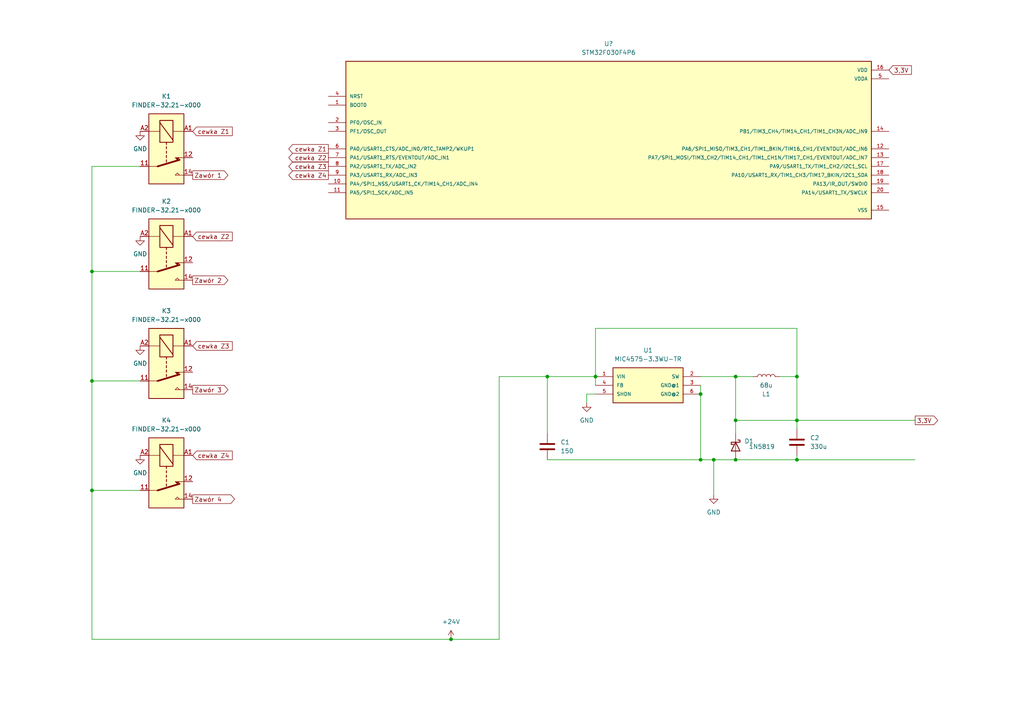
<source format=kicad_sch>
(kicad_sch (version 20211123) (generator eeschema)
  (paper "A4")
  (lib_symbols
    (symbol "Device:C" (pin_numbers hide) (pin_names (offset 0.254))
      (property "Reference" "C" (at 0.635 2.54 0))
      (property "Value" "C" (at 0.635 -2.54 0))
      (symbol "C_0_1"
        (polyline (pts (xy -2.032 -0.762) (xy 2.032 -0.762)) (stroke (width 0.508)))
        (polyline (pts (xy -2.032 0.762) (xy 2.032 0.762)) (stroke (width 0.508)))
      )
      (symbol "C_1_1"
        (pin passive line (at 0 3.81 270) (length 2.794) (name "~") (number "1"))
        (pin passive line (at 0 -3.81 90) (length 2.794) (name "~") (number "2"))
      )
    )
    (symbol "Device:L" (pin_numbers hide) (pin_names (offset 1.016) hide)
      (property "Reference" "L" (at -1.27 0 90))
      (property "Value" "L" (at 1.905 0 90))
      (symbol "L_0_1"
        (arc (start 0 -2.54) (mid 0.635 -1.905) (end 0 -1.27))
        (arc (start 0 -1.27) (mid 0.635 -0.635) (end 0 0))
        (arc (start 0 0) (mid 0.635 0.635) (end 0 1.27))
        (arc (start 0 1.27) (mid 0.635 1.905) (end 0 2.54))
      )
      (symbol "L_1_1"
        (pin passive line (at 0 3.81 270) (length 1.27) (name "1") (number "1"))
        (pin passive line (at 0 -3.81 90) (length 1.27) (name "2") (number "2"))
      )
    )
    (symbol "Diode:1N5819" (pin_numbers hide) (pin_names (offset 1.016) hide)
      (property "Reference" "D" (at 0 2.54 0))
      (property "Value" "1N5819" (at 0 -2.54 0))
      (symbol "1N5819_0_1"
        (polyline (pts (xy 1.27 0) (xy -1.27 0)))
        (polyline (pts (xy 1.27 1.27) (xy 1.27 -1.27) (xy -1.27 0) (xy 1.27 1.27)) (stroke (width 0.254)))
        (polyline (pts (xy -1.905 0.635) (xy -1.905 1.27) (xy -1.27 1.27) (xy -1.27 -1.27) (xy -0.635 -1.27) (xy -0.635 -0.635)) (stroke (width 0.254)))
      )
      (symbol "1N5819_1_1"
        (pin passive line (at -3.81 0 0) (length 2.54) (name "K") (number "1"))
        (pin passive line (at 3.81 0 180) (length 2.54) (name "A") (number "2"))
      )
    )
    (symbol "MIC4575-3.3WU-TR:MIC4575-3.3WU-TR" (pin_names (offset 1.016))
      (property "Reference" "U" (at -10.1854 5.6134 0))
      (property "Value" "MIC4575-3.3WU-TR" (at -10.4394 -7.1374 0))
      (symbol "MIC4575-3.3WU-TR_0_0"
        (rectangle (start -10.16 -5.08) (end 10.16 5.08) (stroke (width 0.254)) (fill (type background)))
        (pin input line (at -15.24 2.54 0) (length 5.08) (name "VIN") (number "1"))
        (pin output line (at 15.24 2.54 180) (length 5.08) (name "SW") (number "2"))
        (pin power_in line (at 15.24 0 180) (length 5.08) (name "GND@1") (number "3"))
        (pin input line (at -15.24 0 0) (length 5.08) (name "FB") (number "4"))
        (pin input line (at -15.24 -2.54 0) (length 5.08) (name "SHDN") (number "5"))
        (pin power_in line (at 15.24 -2.54 180) (length 5.08) (name "GND@2") (number "6"))
      )
    )
    (symbol "Relay:FINDER-32.21-x000"
      (property "Reference" "K" (at 11.43 3.81 0))
      (property "Value" "FINDER-32.21-x000" (at 11.43 1.27 0))
      (symbol "FINDER-32.21-x000_0_0"
        (polyline (pts (xy 2.54 5.08) (xy 2.54 2.54) (xy 3.175 3.175) (xy 2.54 3.81)) (fill (type outline)))
        (polyline (pts (xy 7.62 5.08) (xy 7.62 2.54) (xy 6.985 3.175) (xy 7.62 3.81)))
      )
      (symbol "FINDER-32.21-x000_0_1"
        (rectangle (start -10.16 5.08) (end 10.16 -5.08) (stroke (width 0.254)) (fill (type background)))
        (rectangle (start -8.255 1.905) (end -1.905 -1.905) (stroke (width 0.254)))
        (polyline (pts (xy -7.62 -1.905) (xy -2.54 1.905)) (stroke (width 0.254)))
        (polyline (pts (xy -5.08 -5.08) (xy -5.08 -1.905)))
        (polyline (pts (xy -5.08 5.08) (xy -5.08 1.905)))
        (polyline (pts (xy -1.905 0) (xy -1.27 0)) (stroke (width 0.254)))
        (polyline (pts (xy -0.635 0) (xy 0 0)) (stroke (width 0.254)))
        (polyline (pts (xy 0.635 0) (xy 1.27 0)) (stroke (width 0.254)))
        (polyline (pts (xy 1.905 0) (xy 2.54 0)) (stroke (width 0.254)))
        (polyline (pts (xy 3.175 0) (xy 3.81 0)) (stroke (width 0.254)))
        (polyline (pts (xy 5.08 -2.54) (xy 3.175 3.81)) (stroke (width 0.508)))
        (polyline (pts (xy 5.08 -2.54) (xy 5.08 -5.08)))
      )
      (symbol "FINDER-32.21-x000_1_1"
        (pin passive line (at 5.08 -7.62 90) (length 2.54) (name "~") (number "11"))
        (pin passive line (at 2.54 7.62 270) (length 2.54) (name "~") (number "12"))
        (pin passive line (at 7.62 7.62 270) (length 2.54) (name "~") (number "14"))
        (pin passive line (at -5.08 7.62 270) (length 2.54) (name "~") (number "A1"))
        (pin passive line (at -5.08 -7.62 90) (length 2.54) (name "~") (number "A2"))
      )
    )
    (symbol "STM32F030F4P6:STM32F030F4P6" (pin_names (offset 1.016))
      (property "Reference" "U" (at -76.2254 23.622 0))
      (property "Value" "STM32F030F4P6" (at -76.2254 -26.162 0))
      (symbol "STM32F030F4P6_0_0"
        (rectangle (start -76.2 -22.86) (end 76.2 22.86) (stroke (width 0.254)) (fill (type background)))
        (pin input line (at -81.28 10.16 0) (length 5.08) (name "BOOT0") (number "1"))
        (pin bidirectional line (at -81.28 -12.7 0) (length 5.08) (name "PA4/SPI1_NSS/USART1_CK/TIM14_CH1/ADC_IN4") (number "10"))
        (pin bidirectional line (at -81.28 -15.24 0) (length 5.08) (name "PA5/SPI1_SCK/ADC_IN5") (number "11"))
        (pin bidirectional line (at 81.28 -2.54 180) (length 5.08) (name "PA6/SPI1_MISO/TIM3_CH1/TIM1_BKIN/TIM16_CH1/EVENTOUT/ADC_IN6") (number "12"))
        (pin bidirectional line (at 81.28 -5.08 180) (length 5.08) (name "PA7/SPI1_MOSI/TIM3_CH2/TIM14_CH1/TIM1_CH1N/TIM17_CH1/EVENTOUT/ADC_IN7") (number "13"))
        (pin bidirectional line (at 81.28 2.54 180) (length 5.08) (name "PB1/TIM3_CH4/TIM14_CH1/TIM1_CH3N/ADC_IN9") (number "14"))
        (pin power_in line (at 81.28 -20.32 180) (length 5.08) (name "VSS") (number "15"))
        (pin power_in line (at 81.28 20.32 180) (length 5.08) (name "VDD") (number "16"))
        (pin bidirectional line (at 81.28 -7.62 180) (length 5.08) (name "PA9/USART1_TX/TIM1_CH2/I2C1_SCL") (number "17"))
        (pin bidirectional line (at 81.28 -10.16 180) (length 5.08) (name "PA10/USART1_RX/TIM1_CH3/TIM17_BKIN/I2C1_SDA") (number "18"))
        (pin bidirectional line (at 81.28 -12.7 180) (length 5.08) (name "PA13/IR_OUT/SWDIO") (number "19"))
        (pin bidirectional line (at -81.28 5.08 0) (length 5.08) (name "PF0/OSC_IN") (number "2"))
        (pin bidirectional line (at 81.28 -15.24 180) (length 5.08) (name "PA14/USART1_TX/SWCLK") (number "20"))
        (pin bidirectional line (at -81.28 2.54 0) (length 5.08) (name "PF1/OSC_OUT") (number "3"))
        (pin bidirectional line (at -81.28 12.7 0) (length 5.08) (name "NRST") (number "4"))
        (pin power_in line (at 81.28 17.78 180) (length 5.08) (name "VDDA") (number "5"))
        (pin bidirectional line (at -81.28 -2.54 0) (length 5.08) (name "PA0/USART1_CTS/ADC_IN0/RTC_TAMP2/WKUP1") (number "6"))
        (pin bidirectional line (at -81.28 -5.08 0) (length 5.08) (name "PA1/USART1_RTS/EVENTOUT/ADC_IN1") (number "7"))
        (pin bidirectional line (at -81.28 -7.62 0) (length 5.08) (name "PA2/USART1_TX/ADC_IN2") (number "8"))
        (pin bidirectional line (at -81.28 -10.16 0) (length 5.08) (name "PA3/USART1_RX/ADC_IN3") (number "9"))
      )
    )
    (symbol "power:+24V" (power) (pin_names (offset 0))
      (property "Value" "+24V" (at 0 3.556 0))
      (symbol "+24V_0_1"
        (polyline (pts (xy -0.762 1.27) (xy 0 2.54)))
        (polyline (pts (xy 0 0) (xy 0 2.54)))
        (polyline (pts (xy 0 2.54) (xy 0.762 1.27)))
      )
      (symbol "+24V_1_1"
        (pin power_in line (at 0 0 90) (length 0) hide (name "+24V") (number "1"))
      )
    )
    (symbol "power:GND" (power) (pin_names (offset 0))
      (property "Value" "GND" (at 0 -3.81 0))
      (symbol "GND_0_1"
        (polyline (pts (xy 0 0) (xy 0 -1.27) (xy 1.27 -1.27) (xy 0 -2.54) (xy -1.27 -1.27) (xy 0 -1.27)))
      )
      (symbol "GND_1_1"
        (pin power_in line (at 0 0 270) (length 0) hide (name "GND") (number "1"))
      )
    )
  )
  (junction (at 158.75 109.22))
  (junction (at 213.36 133.35))
  (junction (at 213.36 121.92))
  (junction (at 172.72 109.22))
  (junction (at 130.81 185.42))
  (junction (at 207.01 133.35))
  (junction (at 26.67 110.49))
  (junction (at 203.2 114.3))
  (junction (at 213.36 109.22))
  (junction (at 231.14 121.92))
  (junction (at 26.67 78.74))
  (junction (at 231.14 133.35))
  (junction (at 231.14 109.22))
  (junction (at 203.2 133.35))
  (junction (at 26.67 142.24))
  (wire (pts (xy 158.75 109.22) (xy 172.72 109.22)))
  (wire (pts (xy 26.67 78.74) (xy 40.64 78.74)))
  (wire (pts (xy 213.36 109.22) (xy 218.44 109.22)))
  (wire (pts (xy 172.72 111.76) (xy 172.72 109.22)))
  (wire (pts (xy 26.67 142.24) (xy 40.64 142.24)))
  (wire (pts (xy 226.06 109.22) (xy 231.14 109.22)))
  (wire (pts (xy 231.14 95.25) (xy 231.14 109.22)))
  (wire (pts (xy 213.36 133.35) (xy 231.14 133.35)))
  (wire (pts (xy 26.67 78.74) (xy 26.67 48.26)))
  (wire (pts (xy 213.36 121.92) (xy 231.14 121.92)))
  (wire (pts (xy 26.67 110.49) (xy 26.67 78.74)))
  (wire (pts (xy 231.14 121.92) (xy 265.43 121.92)))
  (wire (pts (xy 231.14 121.92) (xy 231.14 124.46)))
  (wire (pts (xy 172.72 95.25) (xy 231.14 95.25)))
  (wire (pts (xy 144.78 185.42) (xy 144.78 109.22)))
  (wire (pts (xy 207.01 133.35) (xy 213.36 133.35)))
  (wire (pts (xy 144.78 109.22) (xy 158.75 109.22)))
  (wire (pts (xy 213.36 121.92) (xy 213.36 125.73)))
  (wire (pts (xy 172.72 114.3) (xy 170.18 114.3)))
  (wire (pts (xy 26.67 185.42) (xy 26.67 142.24)))
  (wire (pts (xy 203.2 114.3) (xy 203.2 133.35)))
  (wire (pts (xy 231.14 133.35) (xy 265.43 133.35)))
  (wire (pts (xy 144.78 185.42) (xy 130.81 185.42)))
  (wire (pts (xy 213.36 109.22) (xy 213.36 121.92)))
  (wire (pts (xy 172.72 109.22) (xy 172.72 95.25)))
  (wire (pts (xy 130.81 185.42) (xy 26.67 185.42)))
  (wire (pts (xy 158.75 133.35) (xy 203.2 133.35)))
  (wire (pts (xy 207.01 143.51) (xy 207.01 133.35)))
  (wire (pts (xy 158.75 109.22) (xy 158.75 125.73)))
  (wire (pts (xy 170.18 114.3) (xy 170.18 116.84)))
  (wire (pts (xy 203.2 133.35) (xy 207.01 133.35)))
  (wire (pts (xy 203.2 109.22) (xy 213.36 109.22)))
  (wire (pts (xy 26.67 110.49) (xy 40.64 110.49)))
  (wire (pts (xy 26.67 142.24) (xy 26.67 110.49)))
  (wire (pts (xy 26.67 48.26) (xy 40.64 48.26)))
  (wire (pts (xy 231.14 133.35) (xy 231.14 132.08)))
  (wire (pts (xy 231.14 109.22) (xy 231.14 121.92)))
  (wire (pts (xy 203.2 111.76) (xy 203.2 114.3)))
  (global_label "Zawór 2" (shape output) (at 55.88 81.28 0) (property "Intersheet References" "${INTERSHEET_REFS}" (effects hide)))
  (global_label "Zawór 3" (shape output) (at 55.88 113.03 0) (property "Intersheet References" "${INTERSHEET_REFS}" (effects hide)))
  (global_label "3,3V" (shape input) (at 257.81 20.32 0) (property "Intersheet References" "${INTERSHEET_REFS}" (effects hide)))
  (global_label "cewka Z2" (shape input) (at 55.88 68.58 0) (property "Intersheet References" "${INTERSHEET_REFS}" (effects hide)))
  (global_label "cewka Z4" (shape output) (at 95.25 50.8 180) (property "Intersheet References" "${INTERSHEET_REFS}" (effects hide)))
  (global_label "cewka Z3" (shape output) (at 95.25 48.26 180) (property "Intersheet References" "${INTERSHEET_REFS}" (effects hide)))
  (global_label "3,3V" (shape output) (at 265.43 121.92 0) (property "Intersheet References" "${INTERSHEET_REFS}" (effects hide)))
  (global_label "Zawór 4  " (shape output) (at 55.88 144.78 0) (property "Intersheet References" "${INTERSHEET_REFS}" (effects hide)))
  (global_label "cewka Z4" (shape input) (at 55.88 132.08 0) (property "Intersheet References" "${INTERSHEET_REFS}" (effects hide)))
  (global_label "Zawór 1" (shape output) (at 55.88 50.8 0) (property "Intersheet References" "${INTERSHEET_REFS}" (effects hide)))
  (global_label "cewka Z1" (shape output) (at 95.25 43.18 180) (property "Intersheet References" "${INTERSHEET_REFS}" (effects hide)))
  (global_label "cewka Z3" (shape input) (at 55.88 100.33 0) (property "Intersheet References" "${INTERSHEET_REFS}" (effects hide)))
  (global_label "cewka Z1" (shape input) (at 55.88 38.1 0) (property "Intersheet References" "${INTERSHEET_REFS}" (effects hide)))
  (global_label "cewka Z2" (shape output) (at 95.25 45.72 180) (property "Intersheet References" "${INTERSHEET_REFS}" (effects hide)))
  (symbol (lib_id "power:GND") (at 40.64 132.08 0) (unit 1)
    (property "Reference" "#PWR?" (effects hide))
    (property "Value" "GND" (at 40.64 137.16 0))
  )
  (symbol (lib_id "power:GND") (at 40.64 68.58 0) (unit 1)
    (property "Reference" "#PWR?" (effects hide))
    (property "Value" "GND" (at 40.64 73.66 0))
  )
  (symbol (lib_id "power:GND") (at 207.01 143.51 0) (unit 1)
    (property "Reference" "#PWR03" (effects hide))
    (property "Value" "GND" (at 207.01 148.59 0))
  )
  (symbol (lib_id "Device:C") (at 158.75 129.54 0) (unit 1)
    (property "Reference" "C1" (at 162.56 128.2699 0) (effects (justify left)))
    (property "Value" "150" (at 162.56 130.8099 0) (effects (justify left)))
  )
  (symbol (lib_id "power:GND") (at 170.18 116.84 0) (unit 1)
    (property "Reference" "#PWR02" (effects hide))
    (property "Value" "GND" (at 170.18 121.92 0))
  )
  (symbol (lib_id "power:+24V") (at 130.81 185.42 0) (unit 1)
    (property "Reference" "#PWR01" (effects hide))
    (property "Value" "+24V" (at 130.81 180.34 0))
  )
  (symbol (lib_id "power:GND") (at 40.64 100.33 0) (unit 1)
    (property "Reference" "#PWR?" (effects hide))
    (property "Value" "GND" (at 40.64 105.41 0))
  )
  (symbol (lib_id "power:GND") (at 40.64 38.1 0) (unit 1)
    (property "Reference" "#PWR?" (effects hide))
    (property "Value" "GND" (at 40.64 43.18 0))
  )
  (symbol (lib_id "Device:L") (at 222.25 109.22 270) (mirror x) (unit 1)
    (property "Reference" "L1" (at 222.25 114.3 90))
    (property "Value" "68u" (at 222.25 111.76 90))
  )
  (symbol (lib_id "Device:C") (at 231.14 128.27 0) (unit 1)
    (property "Reference" "C2" (at 234.95 126.9999 0) (effects (justify left)))
    (property "Value" "330u" (at 234.95 129.5399 0) (effects (justify left)))
  )
  (symbol (lib_id "Relay:FINDER-32.21-x000") (at 48.26 137.16 270) (unit 1)
    (property "Reference" "K4" (at 48.26 121.92 90))
    (property "Value" "FINDER-32.21-x000" (at 48.26 124.46 90))
    (property "Footprint" "Relay_THT:Relay_SPDT_Finder_32.21-x000" (effects hide))
    (property "Datasheet" "https://gfinder.findernet.com/assets/Series/355/S32EN.pdf" (effects hide))
  )
  (symbol (lib_id "MIC4575-3.3WU-TR:MIC4575-3.3WU-TR") (at 187.96 111.76 0) (unit 1)
    (property "Reference" "U1" (at 187.96 101.6 0))
    (property "Value" "MIC4575-3.3WU-TR" (at 187.96 104.14 0))
    (property "Footprint" "TO170P1524X460-6N" (effects hide))
    (property "MANUFACTURER" "Micrel" (effects hide))
  )
  (symbol (lib_id "Diode:1N5819") (at 213.36 129.54 270) (unit 1)
    (property "Reference" "D1" (at 215.9 127.9524 90) (effects (justify left)))
    (property "Value" "1N5819" (at 217.17 129.54 90) (effects (justify left)))
    (property "Footprint" "Diode_THT:D_DO-41_SOD81_P10.16mm_Horizontal" (effects hide))
    (property "Datasheet" "http://www.vishay.com/docs/88525/1n5817.pdf" (effects hide))
  )
  (symbol (lib_id "STM32F030F4P6:STM32F030F4P6") (at 176.53 40.64 0) (unit 1)
    (property "Reference" "U?" (at 176.53 12.7 0))
    (property "Value" "STM32F030F4P6" (at 176.53 15.24 0))
    (property "Footprint" "SOP65P640X120-20N" (effects hide))
    (property "PRICE" "None" (effects hide))
    (property "MF" "STMicroelectronics" (effects hide))
    (property "PACKAGE" "TSSOP-20 STMicroelectronics" (effects hide))
    (property "AVAILABILITY" "Unavailable" (effects hide))
    (property "DESCRIPTION" "MCU 32-bit STM32F ARM Cortex M0 RISC 16KB Flash 2.5V/3.3V 20-Pin TSSOP Tray" (effects hide))
    (property "MP" "STM32F030F4P6" (effects hide))
  )
  (symbol (lib_id "Relay:FINDER-32.21-x000") (at 48.26 105.41 270) (unit 1)
    (property "Reference" "K3" (at 48.26 90.17 90))
    (property "Value" "FINDER-32.21-x000" (at 48.26 92.71 90))
    (property "Footprint" "Relay_THT:Relay_SPDT_Finder_32.21-x000" (effects hide))
    (property "Datasheet" "https://gfinder.findernet.com/assets/Series/355/S32EN.pdf" (effects hide))
  )
  (symbol (lib_id "Relay:FINDER-32.21-x000") (at 48.26 43.18 270) (unit 1)
    (property "Reference" "K1" (at 48.26 27.94 90))
    (property "Value" "FINDER-32.21-x000" (at 48.26 30.48 90))
    (property "Footprint" "Relay_THT:Relay_SPDT_Finder_32.21-x000" (effects hide))
    (property "Datasheet" "https://gfinder.findernet.com/assets/Series/355/S32EN.pdf" (effects hide))
  )
  (symbol (lib_id "Relay:FINDER-32.21-x000") (at 48.26 73.66 270) (unit 1)
    (property "Reference" "K2" (at 48.26 58.42 90))
    (property "Value" "FINDER-32.21-x000" (at 48.26 60.96 90))
    (property "Footprint" "Relay_THT:Relay_SPDT_Finder_32.21-x000" (effects hide))
    (property "Datasheet" "https://gfinder.findernet.com/assets/Series/355/S32EN.pdf" (effects hide))
  )
)
</source>
